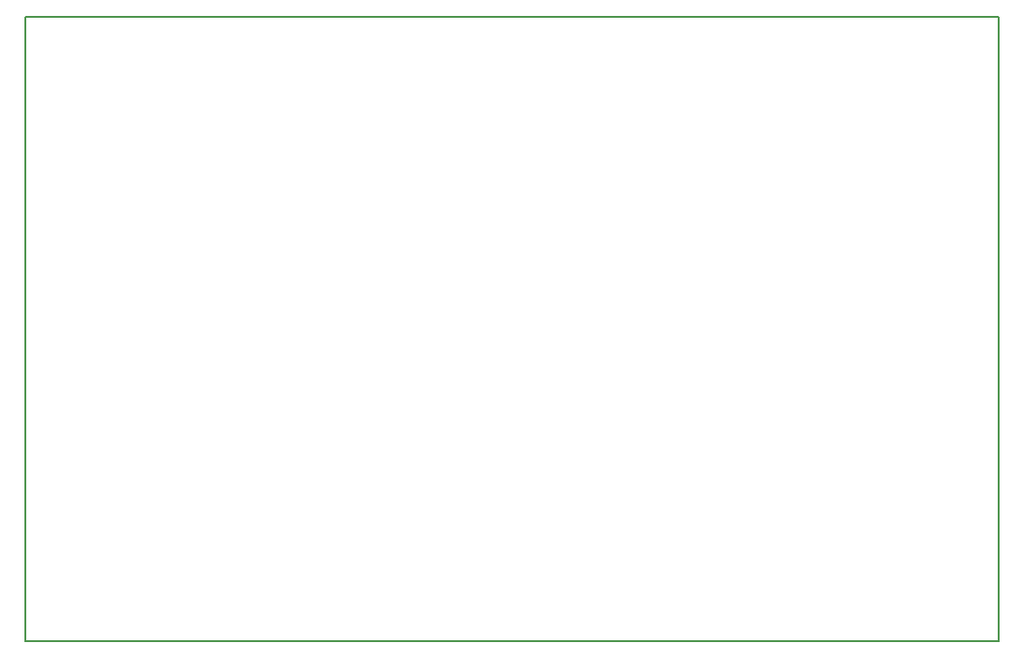
<source format=gbo>
G04 MADE WITH FRITZING*
G04 WWW.FRITZING.ORG*
G04 DOUBLE SIDED*
G04 HOLES PLATED*
G04 CONTOUR ON CENTER OF CONTOUR VECTOR*
%ASAXBY*%
%FSLAX23Y23*%
%MOIN*%
%OFA0B0*%
%SFA1.0B1.0*%
%ADD10R,3.466050X2.227530X3.450050X2.211530*%
%ADD11C,0.008000*%
%LNSILK0*%
G90*
G70*
G54D11*
X4Y2224D02*
X3462Y2224D01*
X3462Y4D01*
X4Y4D01*
X4Y2224D01*
D02*
G04 End of Silk0*
M02*
</source>
